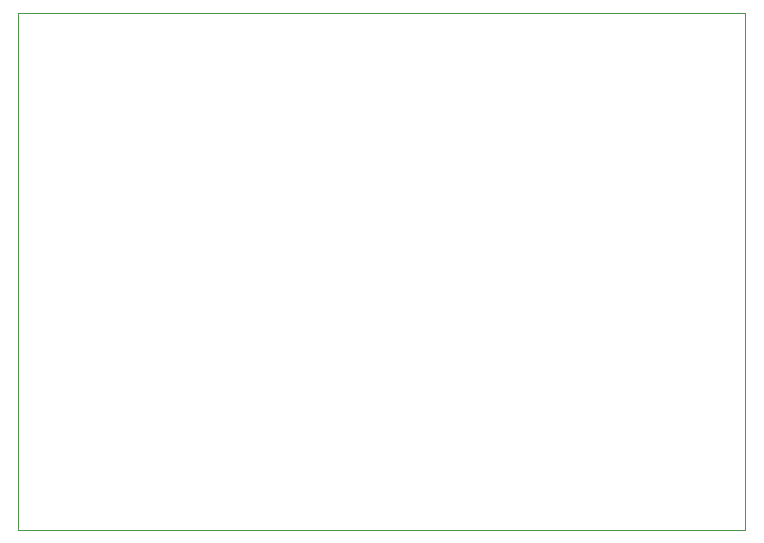
<source format=gbr>
%TF.GenerationSoftware,KiCad,Pcbnew,9.0.2*%
%TF.CreationDate,2025-06-30T20:41:05-04:00*%
%TF.ProjectId,Hackpad,4861636b-7061-4642-9e6b-696361645f70,rev?*%
%TF.SameCoordinates,Original*%
%TF.FileFunction,Profile,NP*%
%FSLAX46Y46*%
G04 Gerber Fmt 4.6, Leading zero omitted, Abs format (unit mm)*
G04 Created by KiCad (PCBNEW 9.0.2) date 2025-06-30 20:41:05*
%MOMM*%
%LPD*%
G01*
G04 APERTURE LIST*
%TA.AperFunction,Profile*%
%ADD10C,0.050000*%
%TD*%
G04 APERTURE END LIST*
D10*
X155056250Y-68138750D02*
X216600000Y-68138750D01*
X216600000Y-111918750D01*
X155056250Y-111918750D01*
X155056250Y-68138750D01*
M02*

</source>
